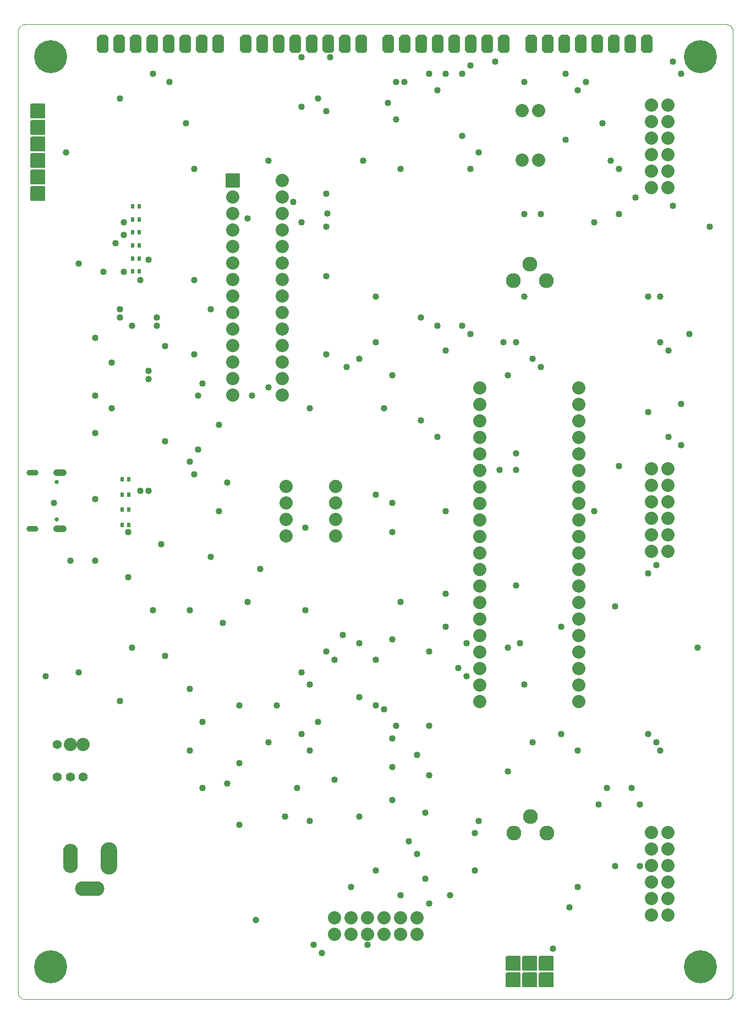
<source format=gbr>
G04 PROTEUS GERBER X2 FILE*
%TF.GenerationSoftware,Labcenter,Proteus,8.15-SP0-Build33980*%
%TF.CreationDate,2023-03-15T16:04:22+00:00*%
%TF.FileFunction,Soldermask,Bot*%
%TF.FilePolarity,Negative*%
%TF.Part,Single*%
%TF.SameCoordinates,{4545a914-5e6f-4f91-a9de-dead5439e7db}*%
%FSLAX45Y45*%
%MOMM*%
G01*
%TA.AperFunction,Material*%
%ADD57C,1.016000*%
%TA.AperFunction,Material*%
%ADD59C,0.635000*%
%AMPPAD054*
4,1,34,
1.000000,-0.000010,
0.990050,-0.102240,
0.961430,-0.196780,
0.915960,-0.281800,
0.855470,-0.355470,
0.781800,-0.415960,
0.696780,-0.461430,
0.602240,-0.490050,
0.500010,-0.500000,
-0.500010,-0.500000,
-0.602240,-0.490050,
-0.696780,-0.461430,
-0.781800,-0.415960,
-0.855470,-0.355470,
-0.915960,-0.281800,
-0.961430,-0.196780,
-0.990050,-0.102240,
-1.000000,0.000010,
-0.990050,0.102240,
-0.961430,0.196780,
-0.915960,0.281800,
-0.855470,0.355470,
-0.781800,0.415960,
-0.696780,0.461430,
-0.602240,0.490050,
-0.500010,0.500000,
0.500010,0.500000,
0.602240,0.490050,
0.696780,0.461430,
0.781800,0.415960,
0.855470,0.355470,
0.915960,0.281800,
0.961430,0.196780,
0.990050,0.102240,
1.000000,-0.000010,
0*%
%ADD60PPAD054*%
%AMPPAD055*
4,1,34,
0.900000,-0.000010,
0.891050,-0.092020,
0.865280,-0.177100,
0.824360,-0.253620,
0.769920,-0.319920,
0.703620,-0.374360,
0.627100,-0.415280,
0.542020,-0.441050,
0.450010,-0.450000,
-0.450010,-0.450000,
-0.542020,-0.441050,
-0.627100,-0.415280,
-0.703620,-0.374360,
-0.769920,-0.319920,
-0.824360,-0.253620,
-0.865280,-0.177100,
-0.891050,-0.092020,
-0.900000,0.000010,
-0.891050,0.092020,
-0.865280,0.177100,
-0.824360,0.253620,
-0.769920,0.319920,
-0.703620,0.374360,
-0.627100,0.415280,
-0.542020,0.441050,
-0.450010,0.450000,
0.450010,0.450000,
0.542020,0.441050,
0.627100,0.415280,
0.703620,0.374360,
0.769920,0.319920,
0.824360,0.253620,
0.865280,0.177100,
0.891050,0.092020,
0.900000,-0.000010,
0*%
%ADD61PPAD055*%
%AMPPAD056*
4,1,8,
-0.509800,1.397000,
0.509800,1.397000,
0.889000,1.017800,
0.889000,-1.017800,
0.509800,-1.397000,
-0.509800,-1.397000,
-0.889000,-1.017800,
-0.889000,1.017800,
-0.509800,1.397000,
0*%
%TA.AperFunction,Material*%
%ADD62PPAD056*%
%TA.AperFunction,Material*%
%ADD63C,2.032000*%
%AMPPAD058*
4,1,34,
-0.000010,-2.500000,
-0.255590,-2.475130,
-0.491950,-2.403560,
-0.704500,-2.289890,
-0.888670,-2.138670,
-1.039880,-1.954500,
-1.153560,-1.741950,
-1.225130,-1.505590,
-1.250000,-1.250010,
-1.250000,1.250010,
-1.225130,1.505590,
-1.153560,1.741950,
-1.039880,1.954500,
-0.888670,2.138670,
-0.704500,2.289890,
-0.491950,2.403560,
-0.255590,2.475130,
0.000010,2.500000,
0.255590,2.475130,
0.491950,2.403560,
0.704500,2.289890,
0.888670,2.138670,
1.039880,1.954500,
1.153560,1.741950,
1.225130,1.505590,
1.250000,1.250010,
1.250000,-1.250010,
1.225130,-1.505590,
1.153560,-1.741950,
1.039880,-1.954500,
0.888670,-2.138670,
0.704500,-2.289890,
0.491950,-2.403560,
0.255590,-2.475130,
-0.000010,-2.500000,
0*%
%TA.AperFunction,Material*%
%ADD64PPAD058*%
%AMPPAD059*
4,1,34,
-0.000010,-2.250000,
-0.230030,-2.227620,
-0.442750,-2.163210,
-0.634050,-2.060900,
-0.799800,-1.924800,
-0.935900,-1.759050,
-1.038210,-1.567750,
-1.102620,-1.355030,
-1.125000,-1.125010,
-1.125000,1.125010,
-1.102620,1.355030,
-1.038210,1.567750,
-0.935900,1.759050,
-0.799800,1.924800,
-0.634050,2.060900,
-0.442750,2.163210,
-0.230030,2.227620,
0.000010,2.250000,
0.230030,2.227620,
0.442750,2.163210,
0.634050,2.060900,
0.799800,1.924800,
0.935900,1.759050,
1.038210,1.567750,
1.102620,1.355030,
1.125000,1.125010,
1.125000,-1.125010,
1.102620,-1.355030,
1.038210,-1.567750,
0.935900,-1.759050,
0.799800,-1.924800,
0.634050,-2.060900,
0.442750,-2.163210,
0.230030,-2.227620,
-0.000010,-2.250000,
0*%
%ADD65PPAD059*%
%AMPPAD060*
4,1,34,
1.125010,-1.125000,
-1.125010,-1.125000,
-1.355030,-1.102620,
-1.567750,-1.038210,
-1.759050,-0.935900,
-1.924800,-0.799800,
-2.060900,-0.634050,
-2.163210,-0.442750,
-2.227620,-0.230030,
-2.250000,0.000010,
-2.227620,0.230030,
-2.163210,0.442750,
-2.060900,0.634050,
-1.924800,0.799800,
-1.759050,0.935900,
-1.567750,1.038210,
-1.355030,1.102620,
-1.125010,1.125000,
1.125010,1.125000,
1.355030,1.102620,
1.567750,1.038210,
1.759050,0.935900,
1.924800,0.799800,
2.060900,0.634050,
2.163210,0.442750,
2.227620,0.230030,
2.250000,-0.000010,
2.227620,-0.230030,
2.163210,-0.442750,
2.060900,-0.634050,
1.924800,-0.799800,
1.759050,-0.935900,
1.567750,-1.038210,
1.355030,-1.102620,
1.125010,-1.125000,
0*%
%ADD66PPAD060*%
%TA.AperFunction,Material*%
%ADD69C,1.410000*%
%AMPPAD064*
4,1,36,
1.143000,1.016000,
1.143000,-1.016000,
1.140470,-1.041970,
1.133200,-1.065980,
1.121650,-1.087580,
1.106290,-1.106290,
1.087570,-1.121650,
1.065980,-1.133200,
1.041970,-1.140470,
1.016000,-1.143000,
-1.016000,-1.143000,
-1.041970,-1.140470,
-1.065980,-1.133200,
-1.087570,-1.121650,
-1.106290,-1.106290,
-1.121650,-1.087580,
-1.133200,-1.065980,
-1.140470,-1.041970,
-1.143000,-1.016000,
-1.143000,1.016000,
-1.140470,1.041970,
-1.133200,1.065980,
-1.121650,1.087580,
-1.106290,1.106290,
-1.087570,1.121650,
-1.065980,1.133200,
-1.041970,1.140470,
-1.016000,1.143000,
1.016000,1.143000,
1.041970,1.140470,
1.065980,1.133200,
1.087570,1.121650,
1.106290,1.106290,
1.121650,1.087580,
1.133200,1.065980,
1.140470,1.041970,
1.143000,1.016000,
0*%
%ADD74PPAD064*%
%AMPPAD065*
4,1,36,
1.016000,-1.143000,
-1.016000,-1.143000,
-1.041970,-1.140470,
-1.065980,-1.133200,
-1.087580,-1.121650,
-1.106290,-1.106290,
-1.121650,-1.087570,
-1.133200,-1.065980,
-1.140470,-1.041970,
-1.143000,-1.016000,
-1.143000,1.016000,
-1.140470,1.041970,
-1.133200,1.065980,
-1.121650,1.087570,
-1.106290,1.106290,
-1.087580,1.121650,
-1.065980,1.133200,
-1.041970,1.140470,
-1.016000,1.143000,
1.016000,1.143000,
1.041970,1.140470,
1.065980,1.133200,
1.087580,1.121650,
1.106290,1.106290,
1.121650,1.087570,
1.133200,1.065980,
1.140470,1.041970,
1.143000,1.016000,
1.143000,-1.016000,
1.140470,-1.041970,
1.133200,-1.065980,
1.121650,-1.087570,
1.106290,-1.106290,
1.087580,-1.121650,
1.065980,-1.133200,
1.041970,-1.140470,
1.016000,-1.143000,
0*%
%ADD75PPAD065*%
%AMPPAD066*
4,1,36,
-0.952500,1.079500,
0.952500,1.079500,
0.978470,1.076970,
1.002480,1.069700,
1.024080,1.058150,
1.042790,1.042790,
1.058150,1.024070,
1.069700,1.002480,
1.076970,0.978470,
1.079500,0.952500,
1.079500,-0.952500,
1.076970,-0.978470,
1.069700,-1.002480,
1.058150,-1.024070,
1.042790,-1.042790,
1.024080,-1.058150,
1.002480,-1.069700,
0.978470,-1.076970,
0.952500,-1.079500,
-0.952500,-1.079500,
-0.978470,-1.076970,
-1.002480,-1.069700,
-1.024080,-1.058150,
-1.042790,-1.042790,
-1.058150,-1.024070,
-1.069700,-1.002480,
-1.076970,-0.978470,
-1.079500,-0.952500,
-1.079500,0.952500,
-1.076970,0.978470,
-1.069700,1.002480,
-1.058150,1.024070,
-1.042790,1.042790,
-1.024080,1.058150,
-1.002480,1.069700,
-0.978470,1.076970,
-0.952500,1.079500,
0*%
%TA.AperFunction,Material*%
%ADD76PPAD066*%
%TA.AperFunction,Material*%
%ADD78C,2.286000*%
%AMPPAD087*
4,1,4,
-0.279400,-0.304800,
0.279400,-0.304800,
0.279400,0.304800,
-0.279400,0.304800,
-0.279400,-0.304800,
0*%
%TA.AperFunction,Material*%
%ADD97PPAD087*%
%TA.AperFunction,Material*%
%ADD96C,5.080000*%
%TA.AperFunction,Profile*%
%ADD47C,0.101600*%
%TD.AperFunction*%
D57*
X+254000Y+635000D03*
X+254000Y+190500D03*
X-4318000Y+2286000D03*
X-4318000Y+1714500D03*
X-4000500Y+4635500D03*
X-4191000Y+4191000D03*
X-3873500Y+4953000D03*
X-3619500Y+4064000D03*
X-3873500Y+4191000D03*
X-3873500Y+4762500D03*
X-3937000Y+3492500D03*
X-4064000Y+2794000D03*
X-3492500Y+2540000D03*
X-3937000Y+3619500D03*
X-4318000Y+3175000D03*
X-3492500Y+2667000D03*
X-3746500Y+3365500D03*
X-3365500Y+3492500D03*
X+254000Y-3429000D03*
X+254000Y-3937000D03*
X+508000Y-4572000D03*
X-1524000Y-2476500D03*
X-1016000Y-3175000D03*
X-1016000Y-4254500D03*
X-1143000Y-1968500D03*
X-1143000Y-2921000D03*
X-1016000Y-2159000D03*
X-889000Y-2730500D03*
X+2032000Y-3492500D03*
X+635000Y-4762500D03*
X+635000Y-3238500D03*
X-254000Y-2349500D03*
X-4572000Y+4318000D03*
X-4572000Y-1968500D03*
X-254000Y-1524000D03*
X+254000Y-2984500D03*
X+1524000Y-4445000D03*
X+1524000Y-5016500D03*
X+0Y-5016500D03*
X+0Y-2476500D03*
X-2794000Y+1079500D03*
X-2540000Y+3619500D03*
X-1270000Y+5270500D03*
X-2857500Y+1270000D03*
X-3619500Y+825500D03*
X-3492500Y+825500D03*
X-3810000Y+190500D03*
X+4000500Y+5334000D03*
X-3937000Y-2413000D03*
X-3302000Y+0D03*
X-4762500Y+6032500D03*
X-3238500Y+3048000D03*
X-3238500Y+1587500D03*
X-2794000Y+2921000D03*
X+825500Y-5524500D03*
X+2984500Y-5588000D03*
X+825500Y-2794000D03*
X+825500Y-3556000D03*
X+3365500Y+508000D03*
X+4191000Y+3810000D03*
X-1968500Y+5016500D03*
X+4572000Y+7429500D03*
X-2794000Y+4064000D03*
X+4191000Y+2032000D03*
X-2794000Y+5778500D03*
X+4381500Y+3810000D03*
X-2095500Y-3365500D03*
X-2349500Y-1206500D03*
X-1841500Y-5778500D03*
X-1778000Y-381000D03*
X-1968500Y-889000D03*
X-2095500Y-2476500D03*
X-1651000Y-3048000D03*
X-1397000Y-4191000D03*
X-635000Y-1778000D03*
X-635000Y-3619500D03*
X-1206500Y-3746500D03*
X+2540000Y+5080000D03*
X+3746500Y+5080000D03*
X+3746500Y+1206500D03*
X-4318000Y+698500D03*
X-4953000Y+635000D03*
X-4699000Y-254000D03*
X-4318000Y-254000D03*
X+2730500Y-6223000D03*
X-2413000Y+508000D03*
X-762000Y+2921000D03*
X-3429000Y-1016000D03*
X-2540000Y-190500D03*
X-2413000Y+1841500D03*
X+1079500Y-762000D03*
X-762000Y+4127500D03*
X-2286000Y-3683000D03*
X-2857500Y-1016000D03*
X-2667000Y-2730500D03*
X-5080000Y-2032000D03*
X-3492500Y+4381500D03*
X+2286000Y+5080000D03*
X-2730500Y+2286000D03*
X-2730500Y+1460500D03*
X-762000Y+4889500D03*
X+317500Y-2794000D03*
X+254000Y-1460500D03*
X+1079500Y-1270000D03*
X-2667000Y-3746500D03*
X+1079500Y+508000D03*
X+762000Y-5143500D03*
X+762000Y-4127500D03*
X-2095500Y-4318000D03*
X-3365500Y+3365500D03*
X+3111500Y+6985000D03*
X+3238500Y+7112000D03*
X+3365500Y+4953000D03*
X+4699000Y+2159000D03*
X+5143500Y+4889500D03*
X+4699000Y+7239000D03*
X+3492500Y+6477000D03*
X+2921000Y+6223000D03*
X+2921000Y+7239000D03*
X+3619500Y+5905500D03*
X+3746500Y+5778500D03*
X+190500Y+6794500D03*
X+1587500Y+6032500D03*
X+1333500Y+3365500D03*
X+444500Y+7112000D03*
X+1333500Y+6286500D03*
X+698500Y+1905000D03*
X+698500Y+3492500D03*
X+952500Y+6985000D03*
X+952500Y+1651000D03*
X+952500Y+3365500D03*
X+2159000Y+1397000D03*
X+2159000Y+3111500D03*
X+4381500Y+3111500D03*
X+4699000Y+1524000D03*
X+1397000Y-2032000D03*
X+1397000Y-1524000D03*
X+1079500Y+7239000D03*
X+1333500Y+7239000D03*
X+1079500Y+2984500D03*
X+4508500Y+2984500D03*
X+4508500Y+1651000D03*
X+2857500Y-2921000D03*
X+4191000Y-2921000D03*
X+4191000Y-444500D03*
X+2032000Y-1587500D03*
X+2413000Y-3048000D03*
X+4318000Y-3048000D03*
X+4318000Y-317500D03*
X+1968500Y+3111500D03*
X+0Y+3111500D03*
X+0Y+762000D03*
X+2286000Y-2159000D03*
X+127000Y-2540000D03*
X+127000Y+2095500D03*
X-1016000Y+2095500D03*
X+2222500Y-1524000D03*
X+2159000Y-635000D03*
X+2159000Y+1143000D03*
X+1905000Y+1143000D03*
X+1841500Y+7429500D03*
X-1143000Y+6731000D03*
X-762000Y+6667500D03*
X-762000Y+5397500D03*
X+4572000Y+5207000D03*
X+4953000Y-1587500D03*
X+2032000Y+2603500D03*
X+254000Y+2603500D03*
X+2413000Y+2857500D03*
X-254000Y+2857500D03*
X+4064000Y-4000500D03*
X+3429000Y-4000500D03*
X+4064000Y-4953000D03*
X+3683000Y-4953000D03*
X+3683000Y-952500D03*
X-698500Y+7493000D03*
X-1143000Y+7493000D03*
X-444500Y+2730500D03*
X+2540000Y+2730500D03*
X+3937000Y-3746500D03*
X+3556000Y-3746500D03*
X+0Y+3810000D03*
X+2286000Y+3810000D03*
X+2857500Y-1270000D03*
X+2286000Y+7112000D03*
X+381000Y+5778500D03*
X+381000Y-889000D03*
X-952500Y-6159500D03*
X-508000Y-1397000D03*
X-3937000Y+6858000D03*
X-889000Y+6858000D03*
X-127000Y-6159500D03*
X-825500Y-6286500D03*
X-762000Y-1651000D03*
X+825500Y+7239000D03*
X-3429000Y+7239000D03*
X+825500Y-1651000D03*
X+1270000Y-1905000D03*
X+317500Y+7112000D03*
X-3175000Y+7112000D03*
X+1143000Y-5397500D03*
X+381000Y-5397500D03*
X+317500Y+6540500D03*
X+0Y-1778000D03*
X-2921000Y+6477000D03*
X-190500Y+5905500D03*
X+1587500Y-4254500D03*
X+1460500Y+5778500D03*
X+3111500Y-5270500D03*
X-381000Y-5270500D03*
X+1460500Y+3238500D03*
X+4826000Y+3238500D03*
X+4381500Y-3175000D03*
X+3111500Y-3175000D03*
X+1460500Y+7366000D03*
X-1651000Y+2413000D03*
X-1905000Y+2286000D03*
X-2286000Y+952500D03*
X-1651000Y+5905500D03*
X-2667000Y+2476500D03*
X-1079500Y-1016000D03*
X-1079500Y+254000D03*
X-2857500Y-3175000D03*
X-3238500Y-1714500D03*
X-3746500Y-1587500D03*
X-2857500Y-2222500D03*
X-4064000Y+2095500D03*
X-3810000Y-508000D03*
X-254000Y-4191000D03*
X-740000Y+5090000D03*
X-1143000Y+4953000D03*
D59*
X-4907000Y+959000D03*
X-4907000Y+381000D03*
D60*
X-4859000Y+1103000D03*
X-4859000Y+237000D03*
D61*
X-5277012Y+1103000D03*
X-5277012Y+237000D03*
D62*
X+2400000Y+7700000D03*
X+2654000Y+7700000D03*
X+2908000Y+7700000D03*
X+3162000Y+7700000D03*
X+3416000Y+7700000D03*
X+3670000Y+7700000D03*
X+3924000Y+7700000D03*
X+4178000Y+7700000D03*
X+200000Y+7700000D03*
X+454000Y+7700000D03*
X+708000Y+7700000D03*
X+962000Y+7700000D03*
X+1216000Y+7700000D03*
X+1470000Y+7700000D03*
X+1724000Y+7700000D03*
X+1978000Y+7700000D03*
X-2000000Y+7700000D03*
X-1746000Y+7700000D03*
X-1492000Y+7700000D03*
X-1238000Y+7700000D03*
X-984000Y+7700000D03*
X-730000Y+7700000D03*
X-476000Y+7700000D03*
X-222000Y+7700000D03*
X-4200000Y+7700000D03*
X-3946000Y+7700000D03*
X-3692000Y+7700000D03*
X-3438000Y+7700000D03*
X-3184000Y+7700000D03*
X-2930000Y+7700000D03*
X-2676000Y+7700000D03*
X-2422000Y+7700000D03*
D63*
X+4246000Y+6762000D03*
X+4500000Y+6762000D03*
X+4246000Y+6508000D03*
X+4500000Y+6508000D03*
X+4246000Y+6254000D03*
X+4500000Y+6254000D03*
X+4246000Y+6000000D03*
X+4500000Y+6000000D03*
X+4246000Y+5746000D03*
X+4500000Y+5746000D03*
X+4246000Y+5492000D03*
X+4500000Y+5492000D03*
D64*
X-4100000Y-4830000D03*
D65*
X-4700000Y-4830000D03*
D66*
X-4400000Y-5300000D03*
D63*
X+4246000Y+1162000D03*
X+4500000Y+1162000D03*
X+4246000Y+908000D03*
X+4500000Y+908000D03*
X+4246000Y+654000D03*
X+4500000Y+654000D03*
X+4246000Y+400000D03*
X+4500000Y+400000D03*
X+4246000Y+146000D03*
X+4500000Y+146000D03*
X+4246000Y-108000D03*
X+4500000Y-108000D03*
X+4246000Y-4438000D03*
X+4500000Y-4438000D03*
X+4246000Y-4692000D03*
X+4500000Y-4692000D03*
X+4246000Y-4946000D03*
X+4500000Y-4946000D03*
X+4246000Y-5200000D03*
X+4500000Y-5200000D03*
X+4246000Y-5454000D03*
X+4500000Y-5454000D03*
X+4246000Y-5708000D03*
X+4500000Y-5708000D03*
X+637000Y-5746000D03*
X+637000Y-6000000D03*
X+383000Y-5746000D03*
X+383000Y-6000000D03*
X+129000Y-5746000D03*
X+129000Y-6000000D03*
X-125000Y-5746000D03*
X-125000Y-6000000D03*
X-379000Y-5746000D03*
X-379000Y-6000000D03*
X-633000Y-5746000D03*
X-633000Y-6000000D03*
D69*
X-4900000Y-3080000D03*
D63*
X-4700000Y-3080000D03*
X-4500000Y-3080000D03*
D69*
X-4900000Y-3580000D03*
X-4700000Y-3580000D03*
X-4500000Y-3580000D03*
D74*
X-5200000Y+6662000D03*
X-5200000Y+6408000D03*
X-5200000Y+6154000D03*
X-5200000Y+5900000D03*
X-5200000Y+5646000D03*
X-5200000Y+5392000D03*
D75*
X+2630000Y-6700000D03*
X+2376000Y-6700000D03*
X+2122000Y-6700000D03*
X+2630000Y-6446000D03*
X+2376000Y-6446000D03*
X+2122000Y-6446000D03*
D63*
X+1600000Y+2411000D03*
X+1600000Y+2157000D03*
X+1600000Y+1903000D03*
X+1600000Y+1649000D03*
X+1600000Y+1395000D03*
X+1600000Y+1141000D03*
X+1600000Y+887000D03*
X+1600000Y+633000D03*
X+1600000Y+379000D03*
X+1600000Y+125000D03*
X+1600000Y-129000D03*
X+1600000Y-383000D03*
X+1600000Y-637000D03*
X+1600000Y-891000D03*
X+1600000Y-1145000D03*
X+1600000Y-1399000D03*
X+1600000Y-1653000D03*
X+1600000Y-1907000D03*
X+1600000Y-2161000D03*
X+1600000Y-2415000D03*
X+3124000Y-2415000D03*
X+3124000Y-2161000D03*
X+3124000Y-1907000D03*
X+3124000Y-1653000D03*
X+3124000Y-1399000D03*
X+3124000Y-1145000D03*
X+3124000Y-891000D03*
X+3124000Y-637000D03*
X+3124000Y-383000D03*
X+3124000Y-129000D03*
X+3124000Y+125000D03*
X+3124000Y+379000D03*
X+3124000Y+633000D03*
X+3124000Y+887000D03*
X+3124000Y+1141000D03*
X+3124000Y+1395000D03*
X+3124000Y+1649000D03*
X+3124000Y+1903000D03*
X+3124000Y+2157000D03*
X+3124000Y+2411000D03*
D76*
X-2200000Y+5600000D03*
D63*
X-2200000Y+5346000D03*
X-2200000Y+5092000D03*
X-2200000Y+4838000D03*
X-2200000Y+4584000D03*
X-2200000Y+4330000D03*
X-2200000Y+4076000D03*
X-2200000Y+3822000D03*
X-2200000Y+3568000D03*
X-2200000Y+3314000D03*
X-2200000Y+3060000D03*
X-2200000Y+2806000D03*
X-2200000Y+2552000D03*
X-2200000Y+2298000D03*
X-1438000Y+2298000D03*
X-1438000Y+2552000D03*
X-1438000Y+2806000D03*
X-1438000Y+3060000D03*
X-1438000Y+3314000D03*
X-1438000Y+3568000D03*
X-1438000Y+3822000D03*
X-1438000Y+4076000D03*
X-1438000Y+4330000D03*
X-1438000Y+4584000D03*
X-1438000Y+4838000D03*
X-1438000Y+5092000D03*
X-1438000Y+5346000D03*
X-1438000Y+5598000D03*
X+2510000Y+6673500D03*
X+2510000Y+5911500D03*
X+2256000Y+6673500D03*
X+2256000Y+5911500D03*
D78*
X+2624000Y+4056000D03*
X+2116000Y+4056000D03*
X+2370000Y+4310000D03*
D63*
X-1378000Y+892000D03*
X-1378000Y+638000D03*
X-1378000Y+384000D03*
X-1378000Y+130000D03*
X-616000Y+130000D03*
X-616000Y+384000D03*
X-616000Y+638000D03*
X-616000Y+892000D03*
D78*
X+2634000Y-4444000D03*
X+2126000Y-4444000D03*
X+2380000Y-4190000D03*
D97*
X-3740000Y+4800000D03*
X-3640000Y+4800000D03*
X-3740000Y+5000000D03*
X-3640000Y+5000000D03*
X-3740000Y+5200000D03*
X-3640000Y+5200000D03*
X-3740000Y+4200000D03*
X-3640000Y+4200000D03*
X-3740000Y+4400000D03*
X-3640000Y+4400000D03*
X-3740000Y+4600000D03*
X-3640000Y+4600000D03*
X-3900000Y+1000000D03*
X-3800000Y+1000000D03*
X-3900000Y+766666D03*
X-3800000Y+766666D03*
X-3900000Y+533333D03*
X-3800000Y+533333D03*
X-3900000Y+300000D03*
X-3800000Y+300000D03*
D96*
X-5000000Y+7500000D03*
X+5000000Y+7500000D03*
X-5000000Y-6500000D03*
X+5000000Y-6500000D03*
D47*
X+5500000Y-6900000D02*
X+5498010Y-6920447D01*
X+5492285Y-6939355D01*
X+5471094Y-6971094D01*
X+5439356Y-6992285D01*
X+5420447Y-6998010D01*
X+5400000Y-7000000D01*
X-5500000Y-6900000D02*
X-5498010Y-6920447D01*
X-5492285Y-6939355D01*
X-5471094Y-6971094D01*
X-5439356Y-6992285D01*
X-5420447Y-6998010D01*
X-5400000Y-7000000D01*
X+5400000Y+8000000D02*
X+5420447Y+7998010D01*
X+5439356Y+7992285D01*
X+5471094Y+7971094D01*
X+5492285Y+7939355D01*
X+5498010Y+7920447D01*
X+5500000Y+7900000D01*
X-5400000Y+8000000D02*
X-5420447Y+7998010D01*
X-5439356Y+7992285D01*
X-5471094Y+7971094D01*
X-5492285Y+7939355D01*
X-5498010Y+7920447D01*
X-5500000Y+7900000D01*
X-5400000Y+8000000D02*
X+5400000Y+8000000D01*
X+5500000Y+7900000D02*
X+5500000Y-6900000D01*
X+5400000Y-7000000D02*
X-5400000Y-7000000D01*
X-5500000Y-6900000D02*
X-5500000Y+7900000D01*
M02*

</source>
